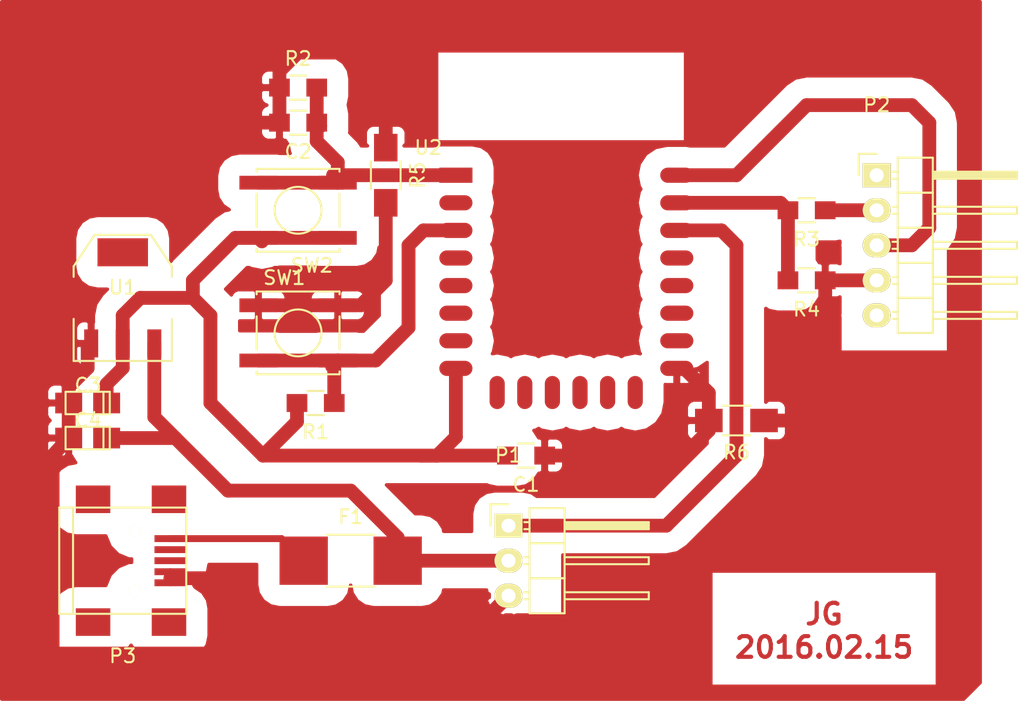
<source format=kicad_pcb>
(kicad_pcb (version 4) (host pcbnew 4.0.1-3.201512161002+6197~38~ubuntu14.04.1-stable)

  (general
    (links 39)
    (no_connects 2)
    (area 60.96 66.04 135.335001 116.840001)
    (thickness 1.6)
    (drawings 1)
    (tracks 118)
    (zones 0)
    (modules 18)
    (nets 11)
  )

  (page USLetter portrait)
  (layers
    (0 F.Cu signal)
    (31 B.Cu signal)
    (32 B.Adhes user)
    (33 F.Adhes user)
    (34 B.Paste user)
    (35 F.Paste user)
    (36 B.SilkS user)
    (37 F.SilkS user)
    (38 B.Mask user)
    (39 F.Mask user)
    (40 Dwgs.User user)
    (41 Cmts.User user)
    (42 Eco1.User user)
    (43 Eco2.User user)
    (44 Edge.Cuts user)
    (45 Margin user)
    (46 B.CrtYd user)
    (47 F.CrtYd user)
    (48 B.Fab user)
    (49 F.Fab user)
  )

  (setup
    (last_trace_width 1)
    (trace_clearance 0.2)
    (zone_clearance 1.5)
    (zone_45_only yes)
    (trace_min 0.2)
    (segment_width 0.2)
    (edge_width 0.01)
    (via_size 0.6)
    (via_drill 0.4)
    (via_min_size 0.4)
    (via_min_drill 0.3)
    (uvia_size 0.3)
    (uvia_drill 0.1)
    (uvias_allowed no)
    (uvia_min_size 0.2)
    (uvia_min_drill 0.1)
    (pcb_text_width 0.3)
    (pcb_text_size 1.5 1.5)
    (mod_edge_width 0.15)
    (mod_text_size 1 1)
    (mod_text_width 0.15)
    (pad_size 1.524 1.524)
    (pad_drill 0.762)
    (pad_to_mask_clearance 0.2)
    (aux_axis_origin 0 0)
    (visible_elements FFFFFF7F)
    (pcbplotparams
      (layerselection 0x00080_00000000)
      (usegerberextensions false)
      (excludeedgelayer false)
      (linewidth 0.100000)
      (plotframeref false)
      (viasonmask false)
      (mode 1)
      (useauxorigin false)
      (hpglpennumber 1)
      (hpglpenspeed 20)
      (hpglpendiameter 15)
      (hpglpenoverlay 2)
      (psnegative false)
      (psa4output false)
      (plotreference false)
      (plotvalue false)
      (plotinvisibletext false)
      (padsonsilk false)
      (subtractmaskfromsilk false)
      (outputformat 4)
      (mirror true)
      (drillshape 0)
      (scaleselection 1)
      (outputdirectory /media/sf_VirtualBoxShares/KiCad/2016.02.13_LightAlarmV1/))
  )

  (net 0 "")
  (net 1 GND)
  (net 2 +3V3)
  (net 3 /RST)
  (net 4 /5V)
  (net 5 /GPIO5)
  (net 6 /TX)
  (net 7 /RX)
  (net 8 /CH_PD)
  (net 9 /RXD)
  (net 10 "Net-(F1-Pad1)")

  (net_class Default "This is the default net class."
    (clearance 0.2)
    (trace_width 1)
    (via_dia 0.6)
    (via_drill 0.4)
    (uvia_dia 0.3)
    (uvia_drill 0.1)
    (add_net +3V3)
    (add_net /5V)
    (add_net /CH_PD)
    (add_net /GPIO5)
    (add_net /RST)
    (add_net /RX)
    (add_net /RXD)
    (add_net /TX)
    (add_net GND)
    (add_net "Net-(F1-Pad1)")
  )

  (module TO_SOT_Packages_SMD:SOT-223 (layer F.Cu) (tedit 0) (tstamp 56C01CB4)
    (at 69.85 87.63)
    (descr "module CMS SOT223 4 pins")
    (tags "CMS SOT")
    (path /56C2BA46)
    (attr smd)
    (fp_text reference U1 (at 0 -0.762) (layer F.SilkS)
      (effects (font (size 1 1) (thickness 0.15)))
    )
    (fp_text value LM1117-SOT-223 (at 0 0.762) (layer F.Fab)
      (effects (font (size 1 1) (thickness 0.15)))
    )
    (fp_line (start -3.556 1.524) (end -3.556 4.572) (layer F.SilkS) (width 0.15))
    (fp_line (start -3.556 4.572) (end 3.556 4.572) (layer F.SilkS) (width 0.15))
    (fp_line (start 3.556 4.572) (end 3.556 1.524) (layer F.SilkS) (width 0.15))
    (fp_line (start -3.556 -1.524) (end -3.556 -2.286) (layer F.SilkS) (width 0.15))
    (fp_line (start -3.556 -2.286) (end -2.032 -4.572) (layer F.SilkS) (width 0.15))
    (fp_line (start -2.032 -4.572) (end 2.032 -4.572) (layer F.SilkS) (width 0.15))
    (fp_line (start 2.032 -4.572) (end 3.556 -2.286) (layer F.SilkS) (width 0.15))
    (fp_line (start 3.556 -2.286) (end 3.556 -1.524) (layer F.SilkS) (width 0.15))
    (pad 4 smd rect (at 0 -3.302) (size 3.6576 2.032) (layers F.Cu F.Paste F.Mask))
    (pad 2 smd rect (at 0 3.302) (size 1.016 2.032) (layers F.Cu F.Paste F.Mask)
      (net 2 +3V3))
    (pad 3 smd rect (at 2.286 3.302) (size 1.016 2.032) (layers F.Cu F.Paste F.Mask)
      (net 4 /5V))
    (pad 1 smd rect (at -2.286 3.302) (size 1.016 2.032) (layers F.Cu F.Paste F.Mask)
      (net 1 GND))
    (model TO_SOT_Packages_SMD.3dshapes/SOT-223.wrl
      (at (xyz 0 0 0))
      (scale (xyz 0.4 0.4 0.4))
      (rotate (xyz 0 0 0))
    )
  )

  (module Connect:USB_Mini-B (layer F.Cu) (tedit 5543E571) (tstamp 56C2B260)
    (at 69.85 106.68)
    (descr "USB Mini-B 5-pin SMD connector")
    (tags "USB USB_B USB_Mini connector")
    (path /56C2AB8D)
    (attr smd)
    (fp_text reference P3 (at 0 6.90118) (layer F.SilkS)
      (effects (font (size 1 1) (thickness 0.15)))
    )
    (fp_text value USB_B (at 0 -7.0993) (layer F.Fab)
      (effects (font (size 1 1) (thickness 0.15)))
    )
    (fp_line (start -4.85 -5.7) (end 4.85 -5.7) (layer F.CrtYd) (width 0.05))
    (fp_line (start 4.85 -5.7) (end 4.85 5.7) (layer F.CrtYd) (width 0.05))
    (fp_line (start 4.85 5.7) (end -4.85 5.7) (layer F.CrtYd) (width 0.05))
    (fp_line (start -4.85 5.7) (end -4.85 -5.7) (layer F.CrtYd) (width 0.05))
    (fp_line (start -3.59918 -3.85064) (end -3.59918 3.85064) (layer F.SilkS) (width 0.15))
    (fp_line (start -4.59994 -3.85064) (end -4.59994 3.85064) (layer F.SilkS) (width 0.15))
    (fp_line (start -4.59994 3.85064) (end 4.59994 3.85064) (layer F.SilkS) (width 0.15))
    (fp_line (start 4.59994 3.85064) (end 4.59994 -3.85064) (layer F.SilkS) (width 0.15))
    (fp_line (start 4.59994 -3.85064) (end -4.59994 -3.85064) (layer F.SilkS) (width 0.15))
    (pad 1 smd rect (at 3.44932 -1.6002) (size 2.30124 0.50038) (layers F.Cu F.Paste F.Mask)
      (net 10 "Net-(F1-Pad1)"))
    (pad 2 smd rect (at 3.44932 -0.8001) (size 2.30124 0.50038) (layers F.Cu F.Paste F.Mask))
    (pad 3 smd rect (at 3.44932 0) (size 2.30124 0.50038) (layers F.Cu F.Paste F.Mask))
    (pad 4 smd rect (at 3.44932 0.8001) (size 2.30124 0.50038) (layers F.Cu F.Paste F.Mask)
      (net 1 GND))
    (pad 5 smd rect (at 3.44932 1.6002) (size 2.30124 0.50038) (layers F.Cu F.Paste F.Mask)
      (net 1 GND))
    (pad 6 smd rect (at 3.35026 -4.45008) (size 2.49936 1.99898) (layers F.Cu F.Paste F.Mask))
    (pad 6 smd rect (at -2.14884 -4.45008) (size 2.49936 1.99898) (layers F.Cu F.Paste F.Mask))
    (pad 6 smd rect (at 3.35026 4.45008) (size 2.49936 1.99898) (layers F.Cu F.Paste F.Mask))
    (pad 6 smd rect (at -2.14884 4.45008) (size 2.49936 1.99898) (layers F.Cu F.Paste F.Mask))
    (pad "" np_thru_hole circle (at 0.8509 -2.19964) (size 0.89916 0.89916) (drill 0.89916) (layers *.Cu *.Mask F.SilkS))
    (pad "" np_thru_hole circle (at 0.8509 2.19964) (size 0.89916 0.89916) (drill 0.89916) (layers *.Cu *.Mask F.SilkS))
  )

  (module Resistors_SMD:R_0805_HandSoldering (layer F.Cu) (tedit 54189DEE) (tstamp 56A05A8A)
    (at 99.06 99.06 180)
    (descr "Resistor SMD 0805, hand soldering")
    (tags "resistor 0805")
    (path /569E4408)
    (attr smd)
    (fp_text reference C1 (at 0 -2.1 180) (layer F.SilkS)
      (effects (font (size 1 1) (thickness 0.15)))
    )
    (fp_text value 0.1uF (at 0 2.1 180) (layer F.Fab)
      (effects (font (size 1 1) (thickness 0.15)))
    )
    (fp_line (start -2.4 -1) (end 2.4 -1) (layer F.CrtYd) (width 0.05))
    (fp_line (start -2.4 1) (end 2.4 1) (layer F.CrtYd) (width 0.05))
    (fp_line (start -2.4 -1) (end -2.4 1) (layer F.CrtYd) (width 0.05))
    (fp_line (start 2.4 -1) (end 2.4 1) (layer F.CrtYd) (width 0.05))
    (fp_line (start 0.6 0.875) (end -0.6 0.875) (layer F.SilkS) (width 0.15))
    (fp_line (start -0.6 -0.875) (end 0.6 -0.875) (layer F.SilkS) (width 0.15))
    (pad 1 smd rect (at -1.35 0 180) (size 1.5 1.3) (layers F.Cu F.Paste F.Mask)
      (net 1 GND))
    (pad 2 smd rect (at 1.35 0 180) (size 1.5 1.3) (layers F.Cu F.Paste F.Mask)
      (net 2 +3V3))
    (model Resistors_SMD.3dshapes/R_0805_HandSoldering.wrl
      (at (xyz 0 0 0))
      (scale (xyz 1 1 1))
      (rotate (xyz 0 0 0))
    )
  )

  (module Resistors_SMD:R_0805_HandSoldering (layer F.Cu) (tedit 54189DEE) (tstamp 56A05A90)
    (at 82.55 74.93 180)
    (descr "Resistor SMD 0805, hand soldering")
    (tags "resistor 0805")
    (path /569DB90B)
    (attr smd)
    (fp_text reference C2 (at 0 -2.1 180) (layer F.SilkS)
      (effects (font (size 1 1) (thickness 0.15)))
    )
    (fp_text value 0.1uF (at 0 2.1 180) (layer F.Fab)
      (effects (font (size 1 1) (thickness 0.15)))
    )
    (fp_line (start -2.4 -1) (end 2.4 -1) (layer F.CrtYd) (width 0.05))
    (fp_line (start -2.4 1) (end 2.4 1) (layer F.CrtYd) (width 0.05))
    (fp_line (start -2.4 -1) (end -2.4 1) (layer F.CrtYd) (width 0.05))
    (fp_line (start 2.4 -1) (end 2.4 1) (layer F.CrtYd) (width 0.05))
    (fp_line (start 0.6 0.875) (end -0.6 0.875) (layer F.SilkS) (width 0.15))
    (fp_line (start -0.6 -0.875) (end 0.6 -0.875) (layer F.SilkS) (width 0.15))
    (pad 1 smd rect (at -1.35 0 180) (size 1.5 1.3) (layers F.Cu F.Paste F.Mask)
      (net 3 /RST))
    (pad 2 smd rect (at 1.35 0 180) (size 1.5 1.3) (layers F.Cu F.Paste F.Mask)
      (net 1 GND))
    (model Resistors_SMD.3dshapes/R_0805_HandSoldering.wrl
      (at (xyz 0 0 0))
      (scale (xyz 1 1 1))
      (rotate (xyz 0 0 0))
    )
  )

  (module Capacitors_Tantalum_SMD:TantalC_SizeS_EIA-3216 (layer F.Cu) (tedit 0) (tstamp 56A05A96)
    (at 67.31 95.25)
    (descr "Tantal Cap. , Size S, EIA-3216, Hand Soldering")
    (path /56A067E1)
    (fp_text reference C3 (at 0.0254 -1.2954) (layer F.SilkS)
      (effects (font (size 1 1) (thickness 0.15)))
    )
    (fp_text value CP (at 0 1.27) (layer F.Fab)
      (effects (font (size 1 1) (thickness 0.15)))
    )
    (fp_line (start 1.143 0.8128) (end 1.143 -0.8128) (layer F.SilkS) (width 0.15))
    (fp_line (start -1.6002 -0.8128) (end -1.6002 0.8128) (layer F.SilkS) (width 0.15))
    (fp_line (start -1.6002 0.8128) (end 1.6002 0.8128) (layer F.SilkS) (width 0.15))
    (fp_line (start 1.6002 0.8128) (end 1.6002 -0.8128) (layer F.SilkS) (width 0.15))
    (fp_line (start 1.6002 -0.8128) (end -1.6002 -0.8128) (layer F.SilkS) (width 0.15))
    (pad 1 smd rect (at 1.37414 0) (size 1.95072 1.50114) (layers F.Cu F.Paste F.Mask)
      (net 2 +3V3))
    (pad 2 smd rect (at -1.37414 0) (size 1.95072 1.50114) (layers F.Cu F.Paste F.Mask)
      (net 1 GND))
    (model Capacitors_Tantalum_SMD.3dshapes/TantalC_SizeS_EIA-3216.wrl
      (at (xyz 0 0 0))
      (scale (xyz 1 1 1))
      (rotate (xyz 0 0 0))
    )
  )

  (module Capacitors_Tantalum_SMD:TantalC_SizeS_EIA-3216 (layer F.Cu) (tedit 0) (tstamp 56A05A9C)
    (at 67.31 97.79)
    (descr "Tantal Cap. , Size S, EIA-3216, Hand Soldering")
    (path /56A05B0A)
    (fp_text reference C4 (at 0.0254 -1.2954) (layer F.SilkS)
      (effects (font (size 1 1) (thickness 0.15)))
    )
    (fp_text value 10uF (at 0 1.27) (layer F.Fab)
      (effects (font (size 1 1) (thickness 0.15)))
    )
    (fp_line (start 1.143 0.8128) (end 1.143 -0.8128) (layer F.SilkS) (width 0.15))
    (fp_line (start -1.6002 -0.8128) (end -1.6002 0.8128) (layer F.SilkS) (width 0.15))
    (fp_line (start -1.6002 0.8128) (end 1.6002 0.8128) (layer F.SilkS) (width 0.15))
    (fp_line (start 1.6002 0.8128) (end 1.6002 -0.8128) (layer F.SilkS) (width 0.15))
    (fp_line (start 1.6002 -0.8128) (end -1.6002 -0.8128) (layer F.SilkS) (width 0.15))
    (pad 1 smd rect (at 1.37414 0) (size 1.95072 1.50114) (layers F.Cu F.Paste F.Mask)
      (net 4 /5V))
    (pad 2 smd rect (at -1.37414 0) (size 1.95072 1.50114) (layers F.Cu F.Paste F.Mask)
      (net 1 GND))
    (model Capacitors_Tantalum_SMD.3dshapes/TantalC_SizeS_EIA-3216.wrl
      (at (xyz 0 0 0))
      (scale (xyz 1 1 1))
      (rotate (xyz 0 0 0))
    )
  )

  (module Resistors_SMD:R_1812_HandSoldering (layer F.Cu) (tedit 5572A996) (tstamp 56A05AA9)
    (at 86.36 106.68)
    (descr "Resistor SMD 1812, hand soldering, Panasonic (see ERJ12)")
    (tags "resistor 1812")
    (path /569DBE6A)
    (attr smd)
    (fp_text reference F1 (at 0 -3.175) (layer F.SilkS)
      (effects (font (size 1 1) (thickness 0.15)))
    )
    (fp_text value FUSE (at 0 3.175) (layer F.Fab)
      (effects (font (size 1 1) (thickness 0.15)))
    )
    (fp_line (start -5.4356 -2.2352) (end 5.4356 -2.2352) (layer F.CrtYd) (width 0.05))
    (fp_line (start 5.4356 -2.2352) (end 5.4356 2.2352) (layer F.CrtYd) (width 0.05))
    (fp_line (start 5.4356 2.2352) (end -5.4356 2.2352) (layer F.CrtYd) (width 0.05))
    (fp_line (start -5.4356 2.2352) (end -5.4356 -2.2352) (layer F.CrtYd) (width 0.05))
    (fp_line (start -1.7272 1.8796) (end 1.7272 1.8796) (layer F.SilkS) (width 0.15))
    (fp_line (start -1.7272 -1.8796) (end 1.7272 -1.8796) (layer F.SilkS) (width 0.15))
    (pad 1 smd rect (at -3.4036 0) (size 3.5 3.5) (layers F.Cu F.Paste F.Mask)
      (net 10 "Net-(F1-Pad1)"))
    (pad 2 smd rect (at 3.4036 0) (size 3.5 3.5) (layers F.Cu F.Paste F.Mask)
      (net 4 /5V))
  )

  (module Pin_Headers:Pin_Header_Angled_1x03 (layer F.Cu) (tedit 0) (tstamp 56A05AB0)
    (at 97.79 104.14)
    (descr "Through hole pin header")
    (tags "pin header")
    (path /569DF8C1)
    (fp_text reference P1 (at 0 -5.1) (layer F.SilkS)
      (effects (font (size 1 1) (thickness 0.15)))
    )
    (fp_text value CONN_01X03 (at 0 -3.1) (layer F.Fab)
      (effects (font (size 1 1) (thickness 0.15)))
    )
    (fp_line (start -1.5 -1.75) (end -1.5 6.85) (layer F.CrtYd) (width 0.05))
    (fp_line (start 10.65 -1.75) (end 10.65 6.85) (layer F.CrtYd) (width 0.05))
    (fp_line (start -1.5 -1.75) (end 10.65 -1.75) (layer F.CrtYd) (width 0.05))
    (fp_line (start -1.5 6.85) (end 10.65 6.85) (layer F.CrtYd) (width 0.05))
    (fp_line (start -1.3 -1.55) (end -1.3 0) (layer F.SilkS) (width 0.15))
    (fp_line (start 0 -1.55) (end -1.3 -1.55) (layer F.SilkS) (width 0.15))
    (fp_line (start 4.191 -0.127) (end 10.033 -0.127) (layer F.SilkS) (width 0.15))
    (fp_line (start 10.033 -0.127) (end 10.033 0.127) (layer F.SilkS) (width 0.15))
    (fp_line (start 10.033 0.127) (end 4.191 0.127) (layer F.SilkS) (width 0.15))
    (fp_line (start 4.191 0.127) (end 4.191 0) (layer F.SilkS) (width 0.15))
    (fp_line (start 4.191 0) (end 10.033 0) (layer F.SilkS) (width 0.15))
    (fp_line (start 1.524 -0.254) (end 1.143 -0.254) (layer F.SilkS) (width 0.15))
    (fp_line (start 1.524 0.254) (end 1.143 0.254) (layer F.SilkS) (width 0.15))
    (fp_line (start 1.524 2.286) (end 1.143 2.286) (layer F.SilkS) (width 0.15))
    (fp_line (start 1.524 2.794) (end 1.143 2.794) (layer F.SilkS) (width 0.15))
    (fp_line (start 1.524 4.826) (end 1.143 4.826) (layer F.SilkS) (width 0.15))
    (fp_line (start 1.524 5.334) (end 1.143 5.334) (layer F.SilkS) (width 0.15))
    (fp_line (start 4.064 1.27) (end 4.064 -1.27) (layer F.SilkS) (width 0.15))
    (fp_line (start 10.16 0.254) (end 4.064 0.254) (layer F.SilkS) (width 0.15))
    (fp_line (start 10.16 -0.254) (end 10.16 0.254) (layer F.SilkS) (width 0.15))
    (fp_line (start 4.064 -0.254) (end 10.16 -0.254) (layer F.SilkS) (width 0.15))
    (fp_line (start 1.524 1.27) (end 4.064 1.27) (layer F.SilkS) (width 0.15))
    (fp_line (start 1.524 -1.27) (end 1.524 1.27) (layer F.SilkS) (width 0.15))
    (fp_line (start 1.524 -1.27) (end 4.064 -1.27) (layer F.SilkS) (width 0.15))
    (fp_line (start 1.524 3.81) (end 4.064 3.81) (layer F.SilkS) (width 0.15))
    (fp_line (start 1.524 3.81) (end 1.524 6.35) (layer F.SilkS) (width 0.15))
    (fp_line (start 4.064 4.826) (end 10.16 4.826) (layer F.SilkS) (width 0.15))
    (fp_line (start 10.16 4.826) (end 10.16 5.334) (layer F.SilkS) (width 0.15))
    (fp_line (start 10.16 5.334) (end 4.064 5.334) (layer F.SilkS) (width 0.15))
    (fp_line (start 4.064 6.35) (end 4.064 3.81) (layer F.SilkS) (width 0.15))
    (fp_line (start 4.064 3.81) (end 4.064 1.27) (layer F.SilkS) (width 0.15))
    (fp_line (start 10.16 2.794) (end 4.064 2.794) (layer F.SilkS) (width 0.15))
    (fp_line (start 10.16 2.286) (end 10.16 2.794) (layer F.SilkS) (width 0.15))
    (fp_line (start 4.064 2.286) (end 10.16 2.286) (layer F.SilkS) (width 0.15))
    (fp_line (start 1.524 3.81) (end 4.064 3.81) (layer F.SilkS) (width 0.15))
    (fp_line (start 1.524 1.27) (end 1.524 3.81) (layer F.SilkS) (width 0.15))
    (fp_line (start 1.524 1.27) (end 4.064 1.27) (layer F.SilkS) (width 0.15))
    (fp_line (start 1.524 6.35) (end 4.064 6.35) (layer F.SilkS) (width 0.15))
    (pad 1 thru_hole rect (at 0 0) (size 2.032 1.7272) (drill 1.016) (layers *.Cu *.Mask F.SilkS)
      (net 5 /GPIO5))
    (pad 2 thru_hole oval (at 0 2.54) (size 2.032 1.7272) (drill 1.016) (layers *.Cu *.Mask F.SilkS)
      (net 4 /5V))
    (pad 3 thru_hole oval (at 0 5.08) (size 2.032 1.7272) (drill 1.016) (layers *.Cu *.Mask F.SilkS)
      (net 1 GND))
    (model Pin_Headers.3dshapes/Pin_Header_Angled_1x03.wrl
      (at (xyz 0 -0.1 0))
      (scale (xyz 1 1 1))
      (rotate (xyz 0 0 90))
    )
  )

  (module Pin_Headers:Pin_Header_Angled_1x05 (layer F.Cu) (tedit 0) (tstamp 56A05AB9)
    (at 124.46 78.74)
    (descr "Through hole pin header")
    (tags "pin header")
    (path /569DC1AA)
    (fp_text reference P2 (at 0 -5.1) (layer F.SilkS)
      (effects (font (size 1 1) (thickness 0.15)))
    )
    (fp_text value CONN_01X05 (at 0 -3.1) (layer F.Fab)
      (effects (font (size 1 1) (thickness 0.15)))
    )
    (fp_line (start -1.5 -1.75) (end -1.5 11.95) (layer F.CrtYd) (width 0.05))
    (fp_line (start 10.65 -1.75) (end 10.65 11.95) (layer F.CrtYd) (width 0.05))
    (fp_line (start -1.5 -1.75) (end 10.65 -1.75) (layer F.CrtYd) (width 0.05))
    (fp_line (start -1.5 11.95) (end 10.65 11.95) (layer F.CrtYd) (width 0.05))
    (fp_line (start -1.3 -1.55) (end -1.3 0) (layer F.SilkS) (width 0.15))
    (fp_line (start 0 -1.55) (end -1.3 -1.55) (layer F.SilkS) (width 0.15))
    (fp_line (start 4.191 -0.127) (end 10.033 -0.127) (layer F.SilkS) (width 0.15))
    (fp_line (start 10.033 -0.127) (end 10.033 0.127) (layer F.SilkS) (width 0.15))
    (fp_line (start 10.033 0.127) (end 4.191 0.127) (layer F.SilkS) (width 0.15))
    (fp_line (start 4.191 0.127) (end 4.191 0) (layer F.SilkS) (width 0.15))
    (fp_line (start 4.191 0) (end 10.033 0) (layer F.SilkS) (width 0.15))
    (fp_line (start 1.524 -0.254) (end 1.143 -0.254) (layer F.SilkS) (width 0.15))
    (fp_line (start 1.524 0.254) (end 1.143 0.254) (layer F.SilkS) (width 0.15))
    (fp_line (start 1.524 2.286) (end 1.143 2.286) (layer F.SilkS) (width 0.15))
    (fp_line (start 1.524 2.794) (end 1.143 2.794) (layer F.SilkS) (width 0.15))
    (fp_line (start 1.524 4.826) (end 1.143 4.826) (layer F.SilkS) (width 0.15))
    (fp_line (start 1.524 5.334) (end 1.143 5.334) (layer F.SilkS) (width 0.15))
    (fp_line (start 1.524 7.366) (end 1.143 7.366) (layer F.SilkS) (width 0.15))
    (fp_line (start 1.524 7.874) (end 1.143 7.874) (layer F.SilkS) (width 0.15))
    (fp_line (start 1.524 10.414) (end 1.143 10.414) (layer F.SilkS) (width 0.15))
    (fp_line (start 1.524 9.906) (end 1.143 9.906) (layer F.SilkS) (width 0.15))
    (fp_line (start 4.064 1.27) (end 4.064 -1.27) (layer F.SilkS) (width 0.15))
    (fp_line (start 10.16 0.254) (end 4.064 0.254) (layer F.SilkS) (width 0.15))
    (fp_line (start 10.16 -0.254) (end 10.16 0.254) (layer F.SilkS) (width 0.15))
    (fp_line (start 4.064 -0.254) (end 10.16 -0.254) (layer F.SilkS) (width 0.15))
    (fp_line (start 1.524 1.27) (end 4.064 1.27) (layer F.SilkS) (width 0.15))
    (fp_line (start 1.524 -1.27) (end 1.524 1.27) (layer F.SilkS) (width 0.15))
    (fp_line (start 1.524 -1.27) (end 4.064 -1.27) (layer F.SilkS) (width 0.15))
    (fp_line (start 1.524 3.81) (end 4.064 3.81) (layer F.SilkS) (width 0.15))
    (fp_line (start 1.524 3.81) (end 1.524 6.35) (layer F.SilkS) (width 0.15))
    (fp_line (start 1.524 6.35) (end 4.064 6.35) (layer F.SilkS) (width 0.15))
    (fp_line (start 4.064 4.826) (end 10.16 4.826) (layer F.SilkS) (width 0.15))
    (fp_line (start 10.16 4.826) (end 10.16 5.334) (layer F.SilkS) (width 0.15))
    (fp_line (start 10.16 5.334) (end 4.064 5.334) (layer F.SilkS) (width 0.15))
    (fp_line (start 4.064 6.35) (end 4.064 3.81) (layer F.SilkS) (width 0.15))
    (fp_line (start 4.064 3.81) (end 4.064 1.27) (layer F.SilkS) (width 0.15))
    (fp_line (start 10.16 2.794) (end 4.064 2.794) (layer F.SilkS) (width 0.15))
    (fp_line (start 10.16 2.286) (end 10.16 2.794) (layer F.SilkS) (width 0.15))
    (fp_line (start 4.064 2.286) (end 10.16 2.286) (layer F.SilkS) (width 0.15))
    (fp_line (start 1.524 3.81) (end 4.064 3.81) (layer F.SilkS) (width 0.15))
    (fp_line (start 1.524 1.27) (end 1.524 3.81) (layer F.SilkS) (width 0.15))
    (fp_line (start 1.524 1.27) (end 4.064 1.27) (layer F.SilkS) (width 0.15))
    (fp_line (start 1.524 8.89) (end 4.064 8.89) (layer F.SilkS) (width 0.15))
    (fp_line (start 1.524 8.89) (end 1.524 11.43) (layer F.SilkS) (width 0.15))
    (fp_line (start 1.524 11.43) (end 4.064 11.43) (layer F.SilkS) (width 0.15))
    (fp_line (start 4.064 9.906) (end 10.16 9.906) (layer F.SilkS) (width 0.15))
    (fp_line (start 10.16 9.906) (end 10.16 10.414) (layer F.SilkS) (width 0.15))
    (fp_line (start 10.16 10.414) (end 4.064 10.414) (layer F.SilkS) (width 0.15))
    (fp_line (start 4.064 11.43) (end 4.064 8.89) (layer F.SilkS) (width 0.15))
    (fp_line (start 4.064 8.89) (end 4.064 6.35) (layer F.SilkS) (width 0.15))
    (fp_line (start 10.16 7.874) (end 4.064 7.874) (layer F.SilkS) (width 0.15))
    (fp_line (start 10.16 7.366) (end 10.16 7.874) (layer F.SilkS) (width 0.15))
    (fp_line (start 4.064 7.366) (end 10.16 7.366) (layer F.SilkS) (width 0.15))
    (fp_line (start 1.524 8.89) (end 4.064 8.89) (layer F.SilkS) (width 0.15))
    (fp_line (start 1.524 6.35) (end 1.524 8.89) (layer F.SilkS) (width 0.15))
    (fp_line (start 1.524 6.35) (end 4.064 6.35) (layer F.SilkS) (width 0.15))
    (pad 1 thru_hole rect (at 0 0) (size 2.032 1.7272) (drill 1.016) (layers *.Cu *.Mask F.SilkS))
    (pad 2 thru_hole oval (at 0 2.54) (size 2.032 1.7272) (drill 1.016) (layers *.Cu *.Mask F.SilkS)
      (net 6 /TX))
    (pad 3 thru_hole oval (at 0 5.08) (size 2.032 1.7272) (drill 1.016) (layers *.Cu *.Mask F.SilkS)
      (net 7 /RX))
    (pad 4 thru_hole oval (at 0 7.62) (size 2.032 1.7272) (drill 1.016) (layers *.Cu *.Mask F.SilkS)
      (net 1 GND))
    (pad 5 thru_hole oval (at 0 10.16) (size 2.032 1.7272) (drill 1.016) (layers *.Cu *.Mask F.SilkS))
    (model Pin_Headers.3dshapes/Pin_Header_Angled_1x05.wrl
      (at (xyz 0 -0.2 0))
      (scale (xyz 1 1 1))
      (rotate (xyz 0 0 90))
    )
  )

  (module Resistors_SMD:R_0805_HandSoldering (layer F.Cu) (tedit 54189DEE) (tstamp 56A05ABF)
    (at 83.82 95.25 180)
    (descr "Resistor SMD 0805, hand soldering")
    (tags "resistor 0805")
    (path /569DB9E4)
    (attr smd)
    (fp_text reference R1 (at 0 -2.1 180) (layer F.SilkS)
      (effects (font (size 1 1) (thickness 0.15)))
    )
    (fp_text value R (at 0 2.1 180) (layer F.Fab)
      (effects (font (size 1 1) (thickness 0.15)))
    )
    (fp_line (start -2.4 -1) (end 2.4 -1) (layer F.CrtYd) (width 0.05))
    (fp_line (start -2.4 1) (end 2.4 1) (layer F.CrtYd) (width 0.05))
    (fp_line (start -2.4 -1) (end -2.4 1) (layer F.CrtYd) (width 0.05))
    (fp_line (start 2.4 -1) (end 2.4 1) (layer F.CrtYd) (width 0.05))
    (fp_line (start 0.6 0.875) (end -0.6 0.875) (layer F.SilkS) (width 0.15))
    (fp_line (start -0.6 -0.875) (end 0.6 -0.875) (layer F.SilkS) (width 0.15))
    (pad 1 smd rect (at -1.35 0 180) (size 1.5 1.3) (layers F.Cu F.Paste F.Mask)
      (net 8 /CH_PD))
    (pad 2 smd rect (at 1.35 0 180) (size 1.5 1.3) (layers F.Cu F.Paste F.Mask)
      (net 2 +3V3))
    (model Resistors_SMD.3dshapes/R_0805_HandSoldering.wrl
      (at (xyz 0 0 0))
      (scale (xyz 1 1 1))
      (rotate (xyz 0 0 0))
    )
  )

  (module Resistors_SMD:R_0805_HandSoldering (layer F.Cu) (tedit 54189DEE) (tstamp 56A05AC5)
    (at 82.55 72.39)
    (descr "Resistor SMD 0805, hand soldering")
    (tags "resistor 0805")
    (path /569DB7FA)
    (attr smd)
    (fp_text reference R2 (at 0 -2.1) (layer F.SilkS)
      (effects (font (size 1 1) (thickness 0.15)))
    )
    (fp_text value R (at 0 2.1) (layer F.Fab)
      (effects (font (size 1 1) (thickness 0.15)))
    )
    (fp_line (start -2.4 -1) (end 2.4 -1) (layer F.CrtYd) (width 0.05))
    (fp_line (start -2.4 1) (end 2.4 1) (layer F.CrtYd) (width 0.05))
    (fp_line (start -2.4 -1) (end -2.4 1) (layer F.CrtYd) (width 0.05))
    (fp_line (start 2.4 -1) (end 2.4 1) (layer F.CrtYd) (width 0.05))
    (fp_line (start 0.6 0.875) (end -0.6 0.875) (layer F.SilkS) (width 0.15))
    (fp_line (start -0.6 -0.875) (end 0.6 -0.875) (layer F.SilkS) (width 0.15))
    (pad 1 smd rect (at -1.35 0) (size 1.5 1.3) (layers F.Cu F.Paste F.Mask)
      (net 1 GND))
    (pad 2 smd rect (at 1.35 0) (size 1.5 1.3) (layers F.Cu F.Paste F.Mask)
      (net 3 /RST))
    (model Resistors_SMD.3dshapes/R_0805_HandSoldering.wrl
      (at (xyz 0 0 0))
      (scale (xyz 1 1 1))
      (rotate (xyz 0 0 0))
    )
  )

  (module Resistors_SMD:R_0805_HandSoldering (layer F.Cu) (tedit 54189DEE) (tstamp 56A05ACB)
    (at 119.38 81.28 180)
    (descr "Resistor SMD 0805, hand soldering")
    (tags "resistor 0805")
    (path /569DCE2C)
    (attr smd)
    (fp_text reference R3 (at 0 -2.1 180) (layer F.SilkS)
      (effects (font (size 1 1) (thickness 0.15)))
    )
    (fp_text value 10k (at 0 2.1 180) (layer F.Fab)
      (effects (font (size 1 1) (thickness 0.15)))
    )
    (fp_line (start -2.4 -1) (end 2.4 -1) (layer F.CrtYd) (width 0.05))
    (fp_line (start -2.4 1) (end 2.4 1) (layer F.CrtYd) (width 0.05))
    (fp_line (start -2.4 -1) (end -2.4 1) (layer F.CrtYd) (width 0.05))
    (fp_line (start 2.4 -1) (end 2.4 1) (layer F.CrtYd) (width 0.05))
    (fp_line (start 0.6 0.875) (end -0.6 0.875) (layer F.SilkS) (width 0.15))
    (fp_line (start -0.6 -0.875) (end 0.6 -0.875) (layer F.SilkS) (width 0.15))
    (pad 1 smd rect (at -1.35 0 180) (size 1.5 1.3) (layers F.Cu F.Paste F.Mask)
      (net 6 /TX))
    (pad 2 smd rect (at 1.35 0 180) (size 1.5 1.3) (layers F.Cu F.Paste F.Mask)
      (net 9 /RXD))
    (model Resistors_SMD.3dshapes/R_0805_HandSoldering.wrl
      (at (xyz 0 0 0))
      (scale (xyz 1 1 1))
      (rotate (xyz 0 0 0))
    )
  )

  (module Resistors_SMD:R_0805_HandSoldering (layer F.Cu) (tedit 54189DEE) (tstamp 56A05AD1)
    (at 119.38 86.36 180)
    (descr "Resistor SMD 0805, hand soldering")
    (tags "resistor 0805")
    (path /569DCDEF)
    (attr smd)
    (fp_text reference R4 (at 0 -2.1 180) (layer F.SilkS)
      (effects (font (size 1 1) (thickness 0.15)))
    )
    (fp_text value 20k (at 0 2.1 180) (layer F.Fab)
      (effects (font (size 1 1) (thickness 0.15)))
    )
    (fp_line (start -2.4 -1) (end 2.4 -1) (layer F.CrtYd) (width 0.05))
    (fp_line (start -2.4 1) (end 2.4 1) (layer F.CrtYd) (width 0.05))
    (fp_line (start -2.4 -1) (end -2.4 1) (layer F.CrtYd) (width 0.05))
    (fp_line (start 2.4 -1) (end 2.4 1) (layer F.CrtYd) (width 0.05))
    (fp_line (start 0.6 0.875) (end -0.6 0.875) (layer F.SilkS) (width 0.15))
    (fp_line (start -0.6 -0.875) (end 0.6 -0.875) (layer F.SilkS) (width 0.15))
    (pad 1 smd rect (at -1.35 0 180) (size 1.5 1.3) (layers F.Cu F.Paste F.Mask)
      (net 1 GND))
    (pad 2 smd rect (at 1.35 0 180) (size 1.5 1.3) (layers F.Cu F.Paste F.Mask)
      (net 9 /RXD))
    (model Resistors_SMD.3dshapes/R_0805_HandSoldering.wrl
      (at (xyz 0 0 0))
      (scale (xyz 1 1 1))
      (rotate (xyz 0 0 0))
    )
  )

  (module Buttons_Switches_SMD:SW_SPST_EVPBF (layer F.Cu) (tedit 55DAF9A7) (tstamp 56A05AD9)
    (at 82.55 90.17)
    (descr "Light Touch Switch")
    (path /569DB99D)
    (attr smd)
    (fp_text reference SW1 (at -1 -4) (layer F.SilkS)
      (effects (font (size 1 1) (thickness 0.15)))
    )
    (fp_text value SW_PUSH (at 0 0) (layer F.Fab)
      (effects (font (size 1 1) (thickness 0.15)))
    )
    (fp_line (start -4.5 -3.25) (end 4.5 -3.25) (layer F.CrtYd) (width 0.05))
    (fp_line (start 4.5 -3.25) (end 4.5 3.25) (layer F.CrtYd) (width 0.05))
    (fp_line (start 4.5 3.25) (end -4.5 3.25) (layer F.CrtYd) (width 0.05))
    (fp_line (start -4.5 3.25) (end -4.5 -3.25) (layer F.CrtYd) (width 0.05))
    (fp_line (start 3 -3) (end 3 -2.8) (layer F.SilkS) (width 0.15))
    (fp_line (start 3 3) (end 3 2.8) (layer F.SilkS) (width 0.15))
    (fp_line (start -3 3) (end -3 2.8) (layer F.SilkS) (width 0.15))
    (fp_line (start -3 -3) (end -3 -2.8) (layer F.SilkS) (width 0.15))
    (fp_line (start -3 -1.2) (end -3 1.2) (layer F.SilkS) (width 0.15))
    (fp_line (start 3 -1.2) (end 3 1.2) (layer F.SilkS) (width 0.15))
    (fp_line (start 3 -3) (end -3 -3) (layer F.SilkS) (width 0.15))
    (fp_line (start -3 3) (end 3 3) (layer F.SilkS) (width 0.15))
    (fp_circle (center 0 0) (end 1.7 0) (layer F.SilkS) (width 0.15))
    (pad 1 smd rect (at 2.875 -2) (size 2.75 1) (layers F.Cu F.Paste F.Mask)
      (net 1 GND))
    (pad 1 smd rect (at -2.875 -2) (size 2.75 1) (layers F.Cu F.Paste F.Mask)
      (net 1 GND))
    (pad 2 smd rect (at -2.875 2) (size 2.75 1) (layers F.Cu F.Paste F.Mask)
      (net 8 /CH_PD))
    (pad 2 smd rect (at 2.875 2) (size 2.75 1) (layers F.Cu F.Paste F.Mask)
      (net 8 /CH_PD))
  )

  (module Buttons_Switches_SMD:SW_SPST_EVPBF (layer F.Cu) (tedit 55DAF9A7) (tstamp 56A05AE1)
    (at 82.55 81.28 180)
    (descr "Light Touch Switch")
    (path /569DB7AD)
    (attr smd)
    (fp_text reference SW2 (at -1 -4 180) (layer F.SilkS)
      (effects (font (size 1 1) (thickness 0.15)))
    )
    (fp_text value SW_PUSH (at 0 0 180) (layer F.Fab)
      (effects (font (size 1 1) (thickness 0.15)))
    )
    (fp_line (start -4.5 -3.25) (end 4.5 -3.25) (layer F.CrtYd) (width 0.05))
    (fp_line (start 4.5 -3.25) (end 4.5 3.25) (layer F.CrtYd) (width 0.05))
    (fp_line (start 4.5 3.25) (end -4.5 3.25) (layer F.CrtYd) (width 0.05))
    (fp_line (start -4.5 3.25) (end -4.5 -3.25) (layer F.CrtYd) (width 0.05))
    (fp_line (start 3 -3) (end 3 -2.8) (layer F.SilkS) (width 0.15))
    (fp_line (start 3 3) (end 3 2.8) (layer F.SilkS) (width 0.15))
    (fp_line (start -3 3) (end -3 2.8) (layer F.SilkS) (width 0.15))
    (fp_line (start -3 -3) (end -3 -2.8) (layer F.SilkS) (width 0.15))
    (fp_line (start -3 -1.2) (end -3 1.2) (layer F.SilkS) (width 0.15))
    (fp_line (start 3 -1.2) (end 3 1.2) (layer F.SilkS) (width 0.15))
    (fp_line (start 3 -3) (end -3 -3) (layer F.SilkS) (width 0.15))
    (fp_line (start -3 3) (end 3 3) (layer F.SilkS) (width 0.15))
    (fp_circle (center 0 0) (end 1.7 0) (layer F.SilkS) (width 0.15))
    (pad 1 smd rect (at 2.875 -2 180) (size 2.75 1) (layers F.Cu F.Paste F.Mask)
      (net 2 +3V3))
    (pad 1 smd rect (at -2.875 -2 180) (size 2.75 1) (layers F.Cu F.Paste F.Mask)
      (net 2 +3V3))
    (pad 2 smd rect (at -2.875 2 180) (size 2.75 1) (layers F.Cu F.Paste F.Mask)
      (net 3 /RST))
    (pad 2 smd rect (at 2.875 2 180) (size 2.75 1) (layers F.Cu F.Paste F.Mask)
      (net 3 /RST))
  )

  (module ESP8266:ESP-12E (layer F.Cu) (tedit 559F8D21) (tstamp 56A05B03)
    (at 93.98 78.74)
    (descr "Module, ESP-8266, ESP-12, 16 pad, SMD")
    (tags "Module ESP-8266 ESP8266")
    (path /569DB689)
    (fp_text reference U2 (at -2 -2) (layer F.SilkS)
      (effects (font (size 1 1) (thickness 0.15)))
    )
    (fp_text value ESP-12E (at 8 1) (layer F.Fab)
      (effects (font (size 1 1) (thickness 0.15)))
    )
    (fp_line (start 16 -8.4) (end 0 -2.6) (layer F.CrtYd) (width 0.1524))
    (fp_line (start 0 -8.4) (end 16 -2.6) (layer F.CrtYd) (width 0.1524))
    (fp_text user "No Copper" (at 7.9 -5.4) (layer F.CrtYd)
      (effects (font (size 1 1) (thickness 0.15)))
    )
    (fp_line (start 0 -8.4) (end 0 -2.6) (layer F.CrtYd) (width 0.1524))
    (fp_line (start 0 -2.6) (end 16 -2.6) (layer F.CrtYd) (width 0.1524))
    (fp_line (start 16 -2.6) (end 16 -8.4) (layer F.CrtYd) (width 0.1524))
    (fp_line (start 16 -8.4) (end 0 -8.4) (layer F.CrtYd) (width 0.1524))
    (fp_line (start 16 -8.4) (end 16 15.6) (layer F.Fab) (width 0.1524))
    (fp_line (start 16 15.6) (end 0 15.6) (layer F.Fab) (width 0.1524))
    (fp_line (start 0 15.6) (end 0 -8.4) (layer F.Fab) (width 0.1524))
    (fp_line (start 0 -8.4) (end 16 -8.4) (layer F.Fab) (width 0.1524))
    (pad 9 smd oval (at 2.99 15.75 90) (size 2.4 1.1) (layers F.Cu F.Paste F.Mask))
    (pad 10 smd oval (at 4.99 15.75 90) (size 2.4 1.1) (layers F.Cu F.Paste F.Mask))
    (pad 11 smd oval (at 6.99 15.75 90) (size 2.4 1.1) (layers F.Cu F.Paste F.Mask))
    (pad 12 smd oval (at 8.99 15.75 90) (size 2.4 1.1) (layers F.Cu F.Paste F.Mask))
    (pad 13 smd oval (at 10.99 15.75 90) (size 2.4 1.1) (layers F.Cu F.Paste F.Mask))
    (pad 14 smd oval (at 12.99 15.75 90) (size 2.4 1.1) (layers F.Cu F.Paste F.Mask))
    (pad 1 smd rect (at 0 0) (size 2.4 1.1) (layers F.Cu F.Paste F.Mask)
      (net 3 /RST))
    (pad 2 smd oval (at 0 2) (size 2.4 1.1) (layers F.Cu F.Paste F.Mask))
    (pad 3 smd oval (at 0 4) (size 2.4 1.1) (layers F.Cu F.Paste F.Mask)
      (net 8 /CH_PD))
    (pad 4 smd oval (at 0 6) (size 2.4 1.1) (layers F.Cu F.Paste F.Mask))
    (pad 5 smd oval (at 0 8) (size 2.4 1.1) (layers F.Cu F.Paste F.Mask))
    (pad 6 smd oval (at 0 10) (size 2.4 1.1) (layers F.Cu F.Paste F.Mask))
    (pad 7 smd oval (at 0 12) (size 2.4 1.1) (layers F.Cu F.Paste F.Mask))
    (pad 8 smd oval (at 0 14) (size 2.4 1.1) (layers F.Cu F.Paste F.Mask)
      (net 2 +3V3))
    (pad 15 smd oval (at 16 14) (size 2.4 1.1) (layers F.Cu F.Paste F.Mask)
      (net 1 GND))
    (pad 16 smd oval (at 16 12) (size 2.4 1.1) (layers F.Cu F.Paste F.Mask))
    (pad 17 smd oval (at 16 10) (size 2.4 1.1) (layers F.Cu F.Paste F.Mask))
    (pad 18 smd oval (at 16 8) (size 2.4 1.1) (layers F.Cu F.Paste F.Mask))
    (pad 19 smd oval (at 16 6) (size 2.4 1.1) (layers F.Cu F.Paste F.Mask))
    (pad 20 smd oval (at 16 4) (size 2.4 1.1) (layers F.Cu F.Paste F.Mask)
      (net 5 /GPIO5))
    (pad 21 smd oval (at 16 2) (size 2.4 1.1) (layers F.Cu F.Paste F.Mask)
      (net 9 /RXD))
    (pad 22 smd oval (at 16 0) (size 2.4 1.1) (layers F.Cu F.Paste F.Mask)
      (net 7 /RX))
  )

  (module Resistors_SMD:R_1206_HandSoldering (layer F.Cu) (tedit 5418A20D) (tstamp 56A1C13C)
    (at 88.9 78.74 270)
    (descr "Resistor SMD 1206, hand soldering")
    (tags "resistor 1206")
    (path /56A1C8B0)
    (attr smd)
    (fp_text reference R5 (at 0 -2.3 270) (layer F.SilkS)
      (effects (font (size 1 1) (thickness 0.15)))
    )
    (fp_text value "0 Ohm" (at 0 2.3 270) (layer F.Fab)
      (effects (font (size 1 1) (thickness 0.15)))
    )
    (fp_line (start -3.3 -1.2) (end 3.3 -1.2) (layer F.CrtYd) (width 0.05))
    (fp_line (start -3.3 1.2) (end 3.3 1.2) (layer F.CrtYd) (width 0.05))
    (fp_line (start -3.3 -1.2) (end -3.3 1.2) (layer F.CrtYd) (width 0.05))
    (fp_line (start 3.3 -1.2) (end 3.3 1.2) (layer F.CrtYd) (width 0.05))
    (fp_line (start 1 1.075) (end -1 1.075) (layer F.SilkS) (width 0.15))
    (fp_line (start -1 -1.075) (end 1 -1.075) (layer F.SilkS) (width 0.15))
    (pad 1 smd rect (at -2 0 270) (size 2 1.7) (layers F.Cu F.Paste F.Mask)
      (net 1 GND))
    (pad 2 smd rect (at 2 0 270) (size 2 1.7) (layers F.Cu F.Paste F.Mask)
      (net 1 GND))
    (model Resistors_SMD.3dshapes/R_1206_HandSoldering.wrl
      (at (xyz 0 0 0))
      (scale (xyz 1 1 1))
      (rotate (xyz 0 0 0))
    )
  )

  (module Resistors_SMD:R_1206_HandSoldering (layer F.Cu) (tedit 5418A20D) (tstamp 56A1C142)
    (at 114.3 96.52 180)
    (descr "Resistor SMD 1206, hand soldering")
    (tags "resistor 1206")
    (path /56A1C92E)
    (attr smd)
    (fp_text reference R6 (at 0 -2.3 180) (layer F.SilkS)
      (effects (font (size 1 1) (thickness 0.15)))
    )
    (fp_text value "0 Ohm" (at 0 2.3 180) (layer F.Fab)
      (effects (font (size 1 1) (thickness 0.15)))
    )
    (fp_line (start -3.3 -1.2) (end 3.3 -1.2) (layer F.CrtYd) (width 0.05))
    (fp_line (start -3.3 1.2) (end 3.3 1.2) (layer F.CrtYd) (width 0.05))
    (fp_line (start -3.3 -1.2) (end -3.3 1.2) (layer F.CrtYd) (width 0.05))
    (fp_line (start 3.3 -1.2) (end 3.3 1.2) (layer F.CrtYd) (width 0.05))
    (fp_line (start 1 1.075) (end -1 1.075) (layer F.SilkS) (width 0.15))
    (fp_line (start -1 -1.075) (end 1 -1.075) (layer F.SilkS) (width 0.15))
    (pad 1 smd rect (at -2 0 180) (size 2 1.7) (layers F.Cu F.Paste F.Mask)
      (net 1 GND))
    (pad 2 smd rect (at 2 0 180) (size 2 1.7) (layers F.Cu F.Paste F.Mask)
      (net 1 GND))
    (model Resistors_SMD.3dshapes/R_1206_HandSoldering.wrl
      (at (xyz 0 0 0))
      (scale (xyz 1 1 1))
      (rotate (xyz 0 0 0))
    )
  )

  (gr_text "JG\n2016.02.15" (at 120.65 111.76) (layer F.Cu)
    (effects (font (size 1.5 1.5) (thickness 0.3)))
  )

  (segment (start 112.3 96.52) (end 112.3 97.25) (width 1) (layer F.Cu) (net 1))
  (segment (start 112.3 97.25) (end 110.49 99.06) (width 1) (layer F.Cu) (net 1) (tstamp 56C2C467))
  (segment (start 110.49 99.06) (end 100.41 99.06) (width 1) (layer F.Cu) (net 1) (tstamp 56C2C468))
  (segment (start 112.3 96.52) (end 112.3 94.52) (width 1) (layer F.Cu) (net 1))
  (segment (start 112.3 94.52) (end 110.52 92.74) (width 1) (layer F.Cu) (net 1) (tstamp 56C2C463))
  (segment (start 110.52 92.74) (end 109.98 92.74) (width 1) (layer F.Cu) (net 1) (tstamp 56C2C464))
  (segment (start 116.3 96.52) (end 120.73 96.52) (width 1) (layer F.Cu) (net 1))
  (segment (start 120.73 96.52) (end 120.65 96.52) (width 1) (layer F.Cu) (net 1) (tstamp 56C2C45E))
  (segment (start 120.65 96.52) (end 120.73 96.52) (width 1) (layer F.Cu) (net 1) (tstamp 56C2C460))
  (segment (start 81.2 72.39) (end 81.2 71.2) (width 1) (layer F.Cu) (net 1))
  (segment (start 88.9 72.39) (end 88.9 76.74) (width 1) (layer F.Cu) (net 1) (tstamp 56C2C425))
  (segment (start 86.36 69.85) (end 88.9 72.39) (width 1) (layer F.Cu) (net 1) (tstamp 56C2C424))
  (segment (start 82.55 69.85) (end 86.36 69.85) (width 1) (layer F.Cu) (net 1) (tstamp 56C2C423))
  (segment (start 81.2 71.2) (end 82.55 69.85) (width 1) (layer F.Cu) (net 1) (tstamp 56C2C422))
  (segment (start 85.425 88.17) (end 79.675 88.17) (width 1) (layer F.Cu) (net 1))
  (segment (start 85.425 88.17) (end 87.09 88.17) (width 1) (layer F.Cu) (net 1))
  (segment (start 88.9 86.36) (end 88.9 80.74) (width 1) (layer F.Cu) (net 1) (tstamp 56C2C407))
  (segment (start 87.09 88.17) (end 88.9 86.36) (width 1) (layer F.Cu) (net 1) (tstamp 56C2C406))
  (segment (start 65.93586 97.79) (end 64.77 99.06) (width 1) (layer F.Cu) (net 1) (status 10))
  (segment (start 77.851 113.411) (end 80.01 111.76) (width 1) (layer F.Cu) (net 1) (tstamp 56C2C2B5))
  (segment (start 64.77 113.411) (end 77.851 113.411) (width 1) (layer F.Cu) (net 1) (tstamp 56C2C2B4))
  (segment (start 64.77 113.411) (end 64.77 113.411) (width 1) (layer F.Cu) (net 1) (tstamp 56C2C2B3))
  (segment (start 64.77 99.06) (end 64.77 113.411) (width 1) (layer F.Cu) (net 1) (tstamp 56C2C2B2))
  (segment (start 64.77 99.06) (end 64.77 99.06) (width 1) (layer F.Cu) (net 1) (tstamp 56C2C2B1))
  (segment (start 95.25 111.76) (end 105.41 111.76) (width 1) (layer F.Cu) (net 1))
  (segment (start 119.38 97.79) (end 120.73 96.52) (width 1) (layer F.Cu) (net 1) (tstamp 56C2C271))
  (segment (start 120.73 96.52) (end 120.73 86.36) (width 1) (layer F.Cu) (net 1) (tstamp 56C2C461))
  (segment (start 105.41 111.76) (end 119.38 97.79) (width 1) (layer F.Cu) (net 1) (tstamp 56C2C26F))
  (segment (start 81.2 74.93) (end 69.85 74.93) (width 1) (layer F.Cu) (net 1) (status 10))
  (segment (start 65.93586 93.87586) (end 64.77 92.71) (width 1) (layer F.Cu) (net 1) (tstamp 56C2C072))
  (segment (start 64.77 92.71) (end 64.77 80.01) (width 1) (layer F.Cu) (net 1) (tstamp 56C2C073))
  (segment (start 64.77 80.01) (end 69.85 74.93) (width 1) (layer F.Cu) (net 1) (tstamp 56C2C074))
  (segment (start 65.93586 93.87586) (end 65.93586 95.25) (width 1) (layer F.Cu) (net 1))
  (segment (start 65.93586 95.25) (end 65.93586 97.79) (width 1) (layer F.Cu) (net 1) (status 20))
  (segment (start 65.93586 95.25) (end 65.93586 94.08414) (width 1) (layer F.Cu) (net 1))
  (segment (start 65.93586 94.08414) (end 67.31 92.71) (width 1) (layer F.Cu) (net 1) (tstamp 56C2BED8))
  (segment (start 67.31 92.71) (end 67.31 91.186) (width 1) (layer F.Cu) (net 1) (tstamp 56C2BED9))
  (segment (start 67.31 91.186) (end 67.564 90.932) (width 1) (layer F.Cu) (net 1) (tstamp 56C2BEDA))
  (segment (start 73.29932 107.95) (end 76.2 107.95) (width 1) (layer F.Cu) (net 1))
  (segment (start 76.2 107.95) (end 80.01 111.76) (width 1) (layer F.Cu) (net 1) (tstamp 56C2BDC1))
  (segment (start 95.25 111.76) (end 97.79 109.22) (width 1) (layer F.Cu) (net 1) (tstamp 56C2BDC3))
  (segment (start 80.01 111.76) (end 95.25 111.76) (width 1) (layer F.Cu) (net 1) (tstamp 56C2BDC2))
  (segment (start 73.29932 107.4801) (end 73.29932 107.95) (width 0.5) (layer F.Cu) (net 1) (status 10))
  (segment (start 73.29932 107.95) (end 73.29932 108.2802) (width 0.5) (layer F.Cu) (net 1) (tstamp 56C2BDBF) (status 20))
  (segment (start 81.2 72.39) (end 81.2 74.93) (width 1) (layer F.Cu) (net 1) (status 20))
  (segment (start 120.73 86.36) (end 124.46 86.36) (width 1) (layer F.Cu) (net 1) (status 20))
  (segment (start 82.47 95.25) (end 82.47 96.6) (width 1) (layer F.Cu) (net 2))
  (segment (start 82.47 96.6) (end 80.01 99.06) (width 1) (layer F.Cu) (net 2) (tstamp 56C2C438))
  (segment (start 74.93 87.63) (end 74.93 86.36) (width 1) (layer F.Cu) (net 2))
  (segment (start 78.01 83.28) (end 79.675 83.28) (width 1) (layer F.Cu) (net 2) (tstamp 56C2C40F) (status 20))
  (segment (start 74.93 86.36) (end 78.01 83.28) (width 1) (layer F.Cu) (net 2) (tstamp 56C2C40E))
  (segment (start 69.85 90.932) (end 69.85 88.9) (width 1) (layer F.Cu) (net 2))
  (segment (start 80.01 99.06) (end 91.44 99.06) (width 1) (layer F.Cu) (net 2) (tstamp 56C2C313))
  (segment (start 76.2 95.25) (end 80.01 99.06) (width 1) (layer F.Cu) (net 2) (tstamp 56C2C312))
  (segment (start 76.2 88.9) (end 76.2 95.25) (width 1) (layer F.Cu) (net 2) (tstamp 56C2C311))
  (segment (start 74.93 87.63) (end 76.2 88.9) (width 1) (layer F.Cu) (net 2) (tstamp 56C2C310))
  (segment (start 71.12 87.63) (end 74.93 87.63) (width 1) (layer F.Cu) (net 2) (tstamp 56C2C30F))
  (segment (start 69.85 88.9) (end 71.12 87.63) (width 1) (layer F.Cu) (net 2) (tstamp 56C2C30E))
  (segment (start 79.93 83.535) (end 79.675 83.28) (width 1) (layer F.Cu) (net 2) (tstamp 56C2C213) (status 30))
  (segment (start 79.675 83.28) (end 85.425 83.28) (width 1) (layer F.Cu) (net 2) (status 30))
  (segment (start 68.68414 95.25) (end 68.68414 93.87586) (width 1) (layer F.Cu) (net 2))
  (segment (start 69.85 92.71) (end 69.85 90.932) (width 1) (layer F.Cu) (net 2) (tstamp 56C2BED4))
  (segment (start 68.68414 93.87586) (end 69.85 92.71) (width 1) (layer F.Cu) (net 2) (tstamp 56C2BED3))
  (segment (start 68.68414 95.25) (end 68.68414 95.14586) (width 1) (layer F.Cu) (net 2) (status 30))
  (segment (start 97.71 99.06) (end 91.44 99.06) (width 1) (layer F.Cu) (net 2))
  (segment (start 93.98 92.74) (end 93.98 97.71) (width 1) (layer F.Cu) (net 2))
  (segment (start 93.98 97.71) (end 92.63 99.06) (width 1) (layer F.Cu) (net 2) (tstamp 56A1BA25))
  (segment (start 92.63 99.06) (end 91.44 99.06) (width 1) (layer F.Cu) (net 2) (status 10))
  (segment (start 92.63 99.06) (end 92.63 99.06) (width 1) (layer F.Cu) (net 2) (tstamp 56A061ED) (status 30))
  (segment (start 93.98 78.74) (end 85.425 78.74) (width 1) (layer F.Cu) (net 3))
  (segment (start 85.425 78.74) (end 85.09 78.74) (width 1) (layer F.Cu) (net 3) (tstamp 56C2C418))
  (segment (start 85.09 78.74) (end 85.425 78.74) (width 1) (layer F.Cu) (net 3) (tstamp 56C2C41A))
  (segment (start 83.9 74.93) (end 83.9 76.28) (width 1) (layer F.Cu) (net 3))
  (segment (start 85.425 77.805) (end 85.425 78.74) (width 1) (layer F.Cu) (net 3) (tstamp 56C2C415))
  (segment (start 85.425 78.74) (end 85.425 79.28) (width 1) (layer F.Cu) (net 3) (tstamp 56C2C41B) (status 20))
  (segment (start 83.9 76.28) (end 85.425 77.805) (width 1) (layer F.Cu) (net 3) (tstamp 56C2C414))
  (segment (start 84.155 75.185) (end 83.9 74.93) (width 1) (layer F.Cu) (net 3) (tstamp 56C2C217))
  (segment (start 85.425 79.28) (end 85.82 79.28) (width 1) (layer F.Cu) (net 3) (status 30))
  (segment (start 79.675 79.28) (end 85.425 79.28) (width 1) (layer F.Cu) (net 3) (status 30))
  (segment (start 83.9 75.405) (end 83.9 74.93) (width 1) (layer F.Cu) (net 3) (tstamp 56A1B779) (status 30))
  (segment (start 83.9 74.93) (end 83.9 72.39) (width 1) (layer F.Cu) (net 3) (status 10))
  (segment (start 68.68414 97.79) (end 73.66 97.79) (width 1) (layer F.Cu) (net 4))
  (segment (start 86.36 101.6) (end 77.47 101.6) (width 1) (layer F.Cu) (net 4))
  (segment (start 77.47 101.6) (end 74.93 99.06) (width 1) (layer F.Cu) (net 4) (tstamp 56C2BE51))
  (segment (start 89.7636 105.0036) (end 86.36 101.6) (width 1) (layer F.Cu) (net 4) (tstamp 56C2BE4E))
  (segment (start 72.136 96.266) (end 72.136 90.932) (width 1) (layer F.Cu) (net 4) (tstamp 56C2BE53) (status 20))
  (segment (start 74.93 99.06) (end 73.66 97.79) (width 1) (layer F.Cu) (net 4) (tstamp 56C2BF0C))
  (segment (start 73.66 97.79) (end 72.136 96.266) (width 1) (layer F.Cu) (net 4) (tstamp 56C2C4B4))
  (segment (start 89.7636 106.68) (end 89.7636 105.0036) (width 1) (layer F.Cu) (net 4))
  (segment (start 89.7636 106.68) (end 97.79 106.68) (width 1) (layer F.Cu) (net 4) (status 20))
  (segment (start 97.79 104.14) (end 109.22 104.14) (width 1) (layer F.Cu) (net 5) (status 10))
  (segment (start 109.22 104.14) (end 111.76 101.6) (width 1) (layer F.Cu) (net 5) (tstamp 56A1BB76))
  (segment (start 113.22 82.74) (end 109.98 82.74) (width 1) (layer F.Cu) (net 5) (tstamp 56A1BA45))
  (segment (start 114.3 83.82) (end 113.22 82.74) (width 1) (layer F.Cu) (net 5) (tstamp 56A1BA44))
  (segment (start 114.3 99.06) (end 114.3 83.82) (width 1) (layer F.Cu) (net 5) (tstamp 56A1BA43))
  (segment (start 111.76 101.6) (end 114.3 99.06) (width 1) (layer F.Cu) (net 5) (tstamp 56A1BA42))
  (segment (start 124.46 81.28) (end 120.73 81.28) (width 1) (layer F.Cu) (net 6) (status 10))
  (segment (start 124.46 83.82) (end 127 83.82) (width 1) (layer F.Cu) (net 7) (status 10))
  (segment (start 114.3 78.74) (end 109.98 78.74) (width 1) (layer F.Cu) (net 7) (tstamp 56A1BB3D))
  (segment (start 119.38 73.66) (end 114.3 78.74) (width 1) (layer F.Cu) (net 7) (tstamp 56A1BB3C))
  (segment (start 127 73.66) (end 119.38 73.66) (width 1) (layer F.Cu) (net 7) (tstamp 56A1BB3B))
  (segment (start 128.27 74.93) (end 127 73.66) (width 1) (layer F.Cu) (net 7) (tstamp 56A1BB3A))
  (segment (start 128.27 82.55) (end 128.27 74.93) (width 1) (layer F.Cu) (net 7) (tstamp 56A1BB39))
  (segment (start 127 83.82) (end 128.27 82.55) (width 1) (layer F.Cu) (net 7) (tstamp 56A1BB38))
  (segment (start 85.17 95.25) (end 85.17 92.425) (width 1) (layer F.Cu) (net 8))
  (segment (start 85.17 92.425) (end 85.425 92.17) (width 1) (layer F.Cu) (net 8) (tstamp 56C2C43B))
  (segment (start 79.675 92.17) (end 85.425 92.17) (width 1) (layer F.Cu) (net 8))
  (segment (start 93.98 82.74) (end 91.63 82.74) (width 1) (layer F.Cu) (net 8))
  (segment (start 88.17 92.17) (end 85.425 92.17) (width 1) (layer F.Cu) (net 8) (tstamp 56C2C403))
  (segment (start 90.55 89.79) (end 88.17 92.17) (width 1) (layer F.Cu) (net 8) (tstamp 56C2C402))
  (segment (start 90.55 83.82) (end 90.55 89.79) (width 1) (layer F.Cu) (net 8) (tstamp 56C2C401))
  (segment (start 91.63 82.74) (end 90.55 83.82) (width 1) (layer F.Cu) (net 8) (tstamp 56C2C400))
  (segment (start 85.01 92.585) (end 85.425 92.17) (width 1) (layer F.Cu) (net 8) (tstamp 56C2C0C1) (status 30))
  (segment (start 118.03 86.36) (end 118.03 81.28) (width 1) (layer F.Cu) (net 9) (status 10))
  (segment (start 109.98 80.74) (end 117.49 80.74) (width 1) (layer F.Cu) (net 9) (status 20))
  (segment (start 117.49 80.74) (end 118.03 81.28) (width 1) (layer F.Cu) (net 9) (tstamp 56A06278) (status 30))
  (segment (start 81.3562 105.0798) (end 82.9564 106.68) (width 0.5) (layer F.Cu) (net 10) (tstamp 56C2B2C0) (status 30))
  (segment (start 73.29932 105.0798) (end 81.3562 105.0798) (width 0.5) (layer F.Cu) (net 10) (status 10))

  (zone (net 0) (net_name "") (layer F.Cu) (tstamp 56A1BF7F) (hatch edge 0.508)
    (connect_pads (clearance 2))
    (min_thickness 0.254)
    (keepout (tracks not_allowed) (vias not_allowed) (copperpour not_allowed))
    (fill (arc_segments 16) (thermal_gap 0.508) (thermal_bridge_width 0.508))
    (polygon
      (pts
        (xy 110.49 76.2) (xy 92.71 76.2) (xy 92.71 69.85) (xy 110.49 69.85) (xy 110.49 76.2)
      )
    )
  )
  (zone (net 0) (net_name "") (layer F.Cu) (tstamp 56B9750E) (hatch edge 0.508)
    (connect_pads (clearance 0.508))
    (min_thickness 0.254)
    (keepout (tracks allowed) (vias allowed) (copperpour not_allowed))
    (fill (arc_segments 16) (thermal_gap 0.508) (thermal_bridge_width 0.508))
    (polygon
      (pts
        (xy 128.27 91.44) (xy 121.92 91.44) (xy 121.92 76.2) (xy 129.54 76.2) (xy 129.54 91.44)
      )
    )
  )
  (zone (net 0) (net_name "") (layer F.Cu) (tstamp 56B97525) (hatch edge 0.508)
    (connect_pads (clearance 0.508))
    (min_thickness 0.254)
    (keepout (tracks allowed) (vias allowed) (copperpour not_allowed))
    (fill (arc_segments 16) (thermal_gap 0.508) (thermal_bridge_width 0.508))
    (polygon
      (pts
        (xy 101.6 110.49) (xy 96.52 110.49) (xy 96.52 102.87) (xy 101.6 102.87) (xy 101.6 110.49)
      )
    )
  )
  (zone (net 1) (net_name GND) (layer F.Cu) (tstamp 56A1BB88) (hatch edge 0.508)
    (connect_pads (clearance 1.5))
    (min_thickness 0.254)
    (fill yes (arc_segments 16) (thermal_gap 0.508) (thermal_bridge_width 0.508))
    (polygon
      (pts
        (xy 130.81 116.84) (xy 60.96 116.84) (xy 60.96 66.04) (xy 132.08 66.04) (xy 132.08 115.57)
      )
    )
    (filled_polygon
      (pts
        (xy 131.953 115.517394) (xy 130.757394 116.713) (xy 61.087 116.713) (xy 61.087 101.23043) (xy 64.792606 101.23043)
        (xy 64.792606 103.22941) (xy 64.906055 103.83234) (xy 65.262386 104.386094) (xy 65.806085 104.757588) (xy 66.45148 104.888284)
        (xy 68.623963 104.888284) (xy 68.62396 104.891605) (xy 68.939434 105.655112) (xy 69.523076 106.239773) (xy 70.28603 106.556579)
        (xy 70.489826 106.556757) (xy 70.489826 106.802875) (xy 70.289655 106.8027) (xy 69.526148 107.118174) (xy 68.941487 107.701816)
        (xy 68.624681 108.46477) (xy 68.624675 108.471716) (xy 66.45148 108.471716) (xy 65.84855 108.585165) (xy 65.294796 108.941496)
        (xy 64.923302 109.485195) (xy 64.792606 110.13059) (xy 64.792606 112.12957) (xy 64.906055 112.7325) (xy 65.262386 113.286254)
        (xy 65.806085 113.657748) (xy 66.45148 113.788444) (xy 68.95084 113.788444) (xy 69.55377 113.674995) (xy 70.107524 113.318664)
        (xy 70.455051 112.810041) (xy 70.761486 113.286254) (xy 71.305185 113.657748) (xy 71.95058 113.788444) (xy 74.44994 113.788444)
        (xy 75.05287 113.674995) (xy 75.606624 113.318664) (xy 75.978118 112.774965) (xy 76.108814 112.12957) (xy 76.108814 110.13059)
        (xy 75.995365 109.52766) (xy 75.639034 108.973906) (xy 75.095335 108.602412) (xy 75.08494 108.600307) (xy 75.08494 108.564045)
        (xy 75.005435 108.48454) (xy 75.05287 108.475615) (xy 75.606624 108.119284) (xy 75.978118 107.575585) (xy 76.103425 106.9568)
        (xy 79.547526 106.9568) (xy 79.547526 108.43) (xy 79.660975 109.03293) (xy 80.017306 109.586684) (xy 80.561005 109.958178)
        (xy 81.2064 110.088874) (xy 84.7064 110.088874) (xy 85.30933 109.975425) (xy 85.863084 109.619094) (xy 86.234578 109.075395)
        (xy 86.359806 108.457) (xy 86.468175 109.03293) (xy 86.824506 109.586684) (xy 87.368205 109.958178) (xy 88.0136 110.088874)
        (xy 91.5136 110.088874) (xy 92.11653 109.975425) (xy 92.670284 109.619094) (xy 93.041778 109.075395) (xy 93.096129 108.807)
        (xy 96.203696 108.807) (xy 96.185291 108.845209) (xy 96.182642 108.860974) (xy 96.303783 109.093) (xy 96.393 109.093)
        (xy 96.393 109.347) (xy 96.303783 109.347) (xy 96.182642 109.579026) (xy 96.185291 109.594791) (xy 96.393 110.025986)
        (xy 96.393 110.49) (xy 96.401685 110.536159) (xy 96.428965 110.578553) (xy 96.47059 110.606994) (xy 96.52 110.617)
        (xy 97.175986 110.617) (xy 97.428087 110.705184) (xy 97.571686 110.617) (xy 98.008314 110.617) (xy 98.151913 110.705184)
        (xy 98.404014 110.617) (xy 101.6 110.617) (xy 101.646159 110.608315) (xy 101.688553 110.581035) (xy 101.716994 110.53941)
        (xy 101.727 110.49) (xy 101.727 107.433) (xy 112.44443 107.433) (xy 112.44443 115.787) (xy 128.85557 115.787)
        (xy 128.85557 107.433) (xy 112.44443 107.433) (xy 101.727 107.433) (xy 101.727 106.267) (xy 109.22 106.267)
        (xy 110.033968 106.105092) (xy 110.724016 105.644016) (xy 115.804016 100.564016) (xy 116.265092 99.873968) (xy 116.427 99.06)
        (xy 116.427 98.005) (xy 116.427002 98.005) (xy 116.427002 97.846252) (xy 116.58575 98.005) (xy 117.426309 98.005)
        (xy 117.659698 97.908327) (xy 117.838327 97.729699) (xy 117.935 97.49631) (xy 117.935 96.80575) (xy 117.77625 96.647)
        (xy 116.427 96.647) (xy 116.427 96.393) (xy 117.77625 96.393) (xy 117.935 96.23425) (xy 117.935 95.54369)
        (xy 117.838327 95.310301) (xy 117.659698 95.131673) (xy 117.426309 95.035) (xy 116.58575 95.035) (xy 116.427002 95.193748)
        (xy 116.427002 95.035) (xy 116.427 95.035) (xy 116.427 88.396327) (xy 116.634605 88.538178) (xy 117.28 88.668874)
        (xy 118.78 88.668874) (xy 119.38293 88.555425) (xy 119.936684 88.199094) (xy 120.308178 87.655395) (xy 120.310283 87.645)
        (xy 120.44425 87.645) (xy 120.603 87.48625) (xy 120.603 86.487) (xy 120.583 86.487) (xy 120.583 86.233)
        (xy 120.603 86.233) (xy 120.603 85.23375) (xy 120.44425 85.075) (xy 120.304789 85.075) (xy 120.157 84.84533)
        (xy 120.157 83.588874) (xy 121.48 83.588874) (xy 121.793 83.529979) (xy 121.793 83.680346) (xy 121.765221 83.82)
        (xy 121.793 83.959654) (xy 121.793 85.15233) (xy 121.606309 85.075) (xy 121.01575 85.075) (xy 120.857 85.23375)
        (xy 120.857 86.233) (xy 120.877 86.233) (xy 120.877 86.487) (xy 120.857 86.487) (xy 120.857 87.48625)
        (xy 121.01575 87.645) (xy 121.606309 87.645) (xy 121.793 87.56767) (xy 121.793 88.760346) (xy 121.765221 88.9)
        (xy 121.793 89.039654) (xy 121.793 91.44) (xy 121.801685 91.486159) (xy 121.828965 91.528553) (xy 121.87059 91.556994)
        (xy 121.92 91.567) (xy 129.54 91.567) (xy 129.586159 91.558315) (xy 129.628553 91.531035) (xy 129.656994 91.48941)
        (xy 129.667 91.44) (xy 129.667 84.161032) (xy 129.774016 84.054016) (xy 130.235092 83.363968) (xy 130.397 82.55)
        (xy 130.397 74.93) (xy 130.235092 74.116032) (xy 129.774016 73.425984) (xy 128.504016 72.155984) (xy 127.813968 71.694908)
        (xy 127 71.533) (xy 119.38 71.533) (xy 118.566032 71.694908) (xy 117.875984 72.155984) (xy 113.418968 76.613)
        (xy 110.936751 76.613) (xy 110.685384 76.563) (xy 109.274616 76.563) (xy 108.441514 76.728714) (xy 107.735245 77.200629)
        (xy 107.26333 77.906898) (xy 107.097616 78.74) (xy 107.26333 79.573102) (xy 107.374848 79.74) (xy 107.26333 79.906898)
        (xy 107.097616 80.74) (xy 107.26333 81.573102) (xy 107.374848 81.74) (xy 107.26333 81.906898) (xy 107.097616 82.74)
        (xy 107.26333 83.573102) (xy 107.374848 83.74) (xy 107.26333 83.906898) (xy 107.097616 84.74) (xy 107.26333 85.573102)
        (xy 107.374848 85.74) (xy 107.26333 85.906898) (xy 107.097616 86.74) (xy 107.26333 87.573102) (xy 107.374848 87.74)
        (xy 107.26333 87.906898) (xy 107.097616 88.74) (xy 107.26333 89.573102) (xy 107.374848 89.74) (xy 107.26333 89.906898)
        (xy 107.097616 90.74) (xy 107.26333 91.573102) (xy 107.334889 91.680197) (xy 106.97 91.607616) (xy 106.136898 91.77333)
        (xy 105.97 91.884848) (xy 105.803102 91.77333) (xy 104.97 91.607616) (xy 104.136898 91.77333) (xy 103.97 91.884848)
        (xy 103.803102 91.77333) (xy 102.97 91.607616) (xy 102.136898 91.77333) (xy 101.97 91.884848) (xy 101.803102 91.77333)
        (xy 100.97 91.607616) (xy 100.136898 91.77333) (xy 99.97 91.884848) (xy 99.803102 91.77333) (xy 98.97 91.607616)
        (xy 98.136898 91.77333) (xy 97.97 91.884848) (xy 97.803102 91.77333) (xy 96.97 91.607616) (xy 96.628177 91.675609)
        (xy 96.69667 91.573102) (xy 96.862384 90.74) (xy 96.69667 89.906898) (xy 96.585152 89.74) (xy 96.69667 89.573102)
        (xy 96.862384 88.74) (xy 96.69667 87.906898) (xy 96.585152 87.74) (xy 96.69667 87.573102) (xy 96.862384 86.74)
        (xy 96.69667 85.906898) (xy 96.585152 85.74) (xy 96.69667 85.573102) (xy 96.862384 84.74) (xy 96.69667 83.906898)
        (xy 96.585152 83.74) (xy 96.69667 83.573102) (xy 96.862384 82.74) (xy 96.69667 81.906898) (xy 96.585152 81.74)
        (xy 96.69667 81.573102) (xy 96.862384 80.74) (xy 96.703655 79.942014) (xy 96.708178 79.935395) (xy 96.838874 79.29)
        (xy 96.838874 78.19) (xy 96.725425 77.58707) (xy 96.369094 77.033316) (xy 95.825395 76.661822) (xy 95.18 76.531126)
        (xy 92.78 76.531126) (xy 92.344877 76.613) (xy 90.385 76.613) (xy 90.385 76.612998) (xy 90.226252 76.612998)
        (xy 90.385 76.45425) (xy 90.385 75.613691) (xy 90.288327 75.380302) (xy 90.109699 75.201673) (xy 89.87631 75.105)
        (xy 89.18575 75.105) (xy 89.027 75.26375) (xy 89.027 76.613) (xy 88.773 76.613) (xy 88.773 75.26375)
        (xy 88.61425 75.105) (xy 87.92369 75.105) (xy 87.690301 75.201673) (xy 87.511673 75.380302) (xy 87.415 75.613691)
        (xy 87.415 76.45425) (xy 87.573748 76.612998) (xy 87.415 76.612998) (xy 87.415 76.613) (xy 87.137499 76.613)
        (xy 86.929016 76.300984) (xy 86.291892 75.66386) (xy 86.308874 75.58) (xy 86.308874 74.28) (xy 86.195425 73.67707)
        (xy 86.183589 73.658676) (xy 86.308874 73.04) (xy 86.308874 71.74) (xy 86.195425 71.13707) (xy 85.839094 70.583316)
        (xy 85.295395 70.211822) (xy 84.65 70.081126) (xy 83.15 70.081126) (xy 82.54707 70.194575) (xy 81.993316 70.550906)
        (xy 81.621822 71.094605) (xy 81.619717 71.105) (xy 81.48575 71.105) (xy 81.327 71.26375) (xy 81.327 72.263)
        (xy 81.347 72.263) (xy 81.347 72.517) (xy 81.327 72.517) (xy 81.327 73.51625) (xy 81.47075 73.66)
        (xy 81.327 73.80375) (xy 81.327 74.803) (xy 81.347 74.803) (xy 81.347 75.057) (xy 81.327 75.057)
        (xy 81.327 76.05625) (xy 81.48575 76.215) (xy 81.625211 76.215) (xy 81.82041 76.518347) (xy 81.934908 77.093968)
        (xy 81.974352 77.153) (xy 81.207398 77.153) (xy 81.05 77.121126) (xy 78.3 77.121126) (xy 77.69707 77.234575)
        (xy 77.143316 77.590906) (xy 76.771822 78.134605) (xy 76.641126 78.78) (xy 76.641126 79.78) (xy 76.754575 80.38293)
        (xy 77.110906 80.936684) (xy 77.558836 81.242742) (xy 77.196032 81.314908) (xy 76.689854 81.653126) (xy 76.505984 81.775984)
        (xy 73.425984 84.855984) (xy 73.337674 84.988149) (xy 73.337674 83.312) (xy 73.224225 82.70907) (xy 72.867894 82.155316)
        (xy 72.324195 81.783822) (xy 71.6788 81.653126) (xy 68.0212 81.653126) (xy 67.41827 81.766575) (xy 66.864516 82.122906)
        (xy 66.493022 82.666605) (xy 66.362326 83.312) (xy 66.362326 85.344) (xy 66.475775 85.94693) (xy 66.832106 86.500684)
        (xy 67.375805 86.872178) (xy 68.0212 87.002874) (xy 68.739094 87.002874) (xy 68.345984 87.395984) (xy 67.884908 88.086032)
        (xy 67.723 88.9) (xy 67.723 89.40775) (xy 67.691 89.43975) (xy 67.691 89.877117) (xy 67.683126 89.916)
        (xy 67.683126 91.079) (xy 67.437 91.079) (xy 67.437 91.059) (xy 66.57975 91.059) (xy 66.421 91.21775)
        (xy 66.421 92.07431) (xy 66.517673 92.307699) (xy 66.696302 92.486327) (xy 66.929691 92.583) (xy 67.039034 92.583)
        (xy 66.719048 93.061892) (xy 66.686882 93.223604) (xy 66.552096 93.310336) (xy 66.180602 93.854035) (xy 66.167549 93.918491)
        (xy 66.06286 94.02318) (xy 66.06286 94.435461) (xy 66.049906 94.49943) (xy 66.049906 96.00057) (xy 66.06286 96.069415)
        (xy 66.06286 96.47682) (xy 66.10604 96.52) (xy 66.06286 96.56318) (xy 66.06286 96.975461) (xy 66.049906 97.03943)
        (xy 66.049906 98.54057) (xy 66.06286 98.609415) (xy 66.06286 99.01682) (xy 66.157286 99.111246) (xy 66.163355 99.1435)
        (xy 66.440171 99.573684) (xy 65.84855 99.685005) (xy 65.294796 100.041336) (xy 64.923302 100.585035) (xy 64.792606 101.23043)
        (xy 61.087 101.23043) (xy 61.087 98.07575) (xy 64.3255 98.07575) (xy 64.3255 98.66688) (xy 64.422173 98.900269)
        (xy 64.600802 99.078897) (xy 64.834191 99.17557) (xy 65.65011 99.17557) (xy 65.80886 99.01682) (xy 65.80886 97.917)
        (xy 64.48425 97.917) (xy 64.3255 98.07575) (xy 61.087 98.07575) (xy 61.087 95.53575) (xy 64.3255 95.53575)
        (xy 64.3255 96.12688) (xy 64.422173 96.360269) (xy 64.581905 96.52) (xy 64.422173 96.679731) (xy 64.3255 96.91312)
        (xy 64.3255 97.50425) (xy 64.48425 97.663) (xy 65.80886 97.663) (xy 65.80886 96.56318) (xy 65.76568 96.52)
        (xy 65.80886 96.47682) (xy 65.80886 95.377) (xy 64.48425 95.377) (xy 64.3255 95.53575) (xy 61.087 95.53575)
        (xy 61.087 94.37312) (xy 64.3255 94.37312) (xy 64.3255 94.96425) (xy 64.48425 95.123) (xy 65.80886 95.123)
        (xy 65.80886 94.02318) (xy 65.65011 93.86443) (xy 64.834191 93.86443) (xy 64.600802 93.961103) (xy 64.422173 94.139731)
        (xy 64.3255 94.37312) (xy 61.087 94.37312) (xy 61.087 89.78969) (xy 66.421 89.78969) (xy 66.421 90.64625)
        (xy 66.57975 90.805) (xy 67.437 90.805) (xy 67.437 89.43975) (xy 67.27825 89.281) (xy 66.929691 89.281)
        (xy 66.696302 89.377673) (xy 66.517673 89.556301) (xy 66.421 89.78969) (xy 61.087 89.78969) (xy 61.087 75.21575)
        (xy 79.815 75.21575) (xy 79.815 75.70631) (xy 79.911673 75.939699) (xy 80.090302 76.118327) (xy 80.323691 76.215)
        (xy 80.91425 76.215) (xy 81.073 76.05625) (xy 81.073 75.057) (xy 79.97375 75.057) (xy 79.815 75.21575)
        (xy 61.087 75.21575) (xy 61.087 72.67575) (xy 79.815 72.67575) (xy 79.815 73.16631) (xy 79.911673 73.399699)
        (xy 80.090302 73.578327) (xy 80.287478 73.66) (xy 80.090302 73.741673) (xy 79.911673 73.920301) (xy 79.815 74.15369)
        (xy 79.815 74.64425) (xy 79.97375 74.803) (xy 81.073 74.803) (xy 81.073 73.80375) (xy 80.92925 73.66)
        (xy 81.073 73.51625) (xy 81.073 72.517) (xy 79.97375 72.517) (xy 79.815 72.67575) (xy 61.087 72.67575)
        (xy 61.087 71.61369) (xy 79.815 71.61369) (xy 79.815 72.10425) (xy 79.97375 72.263) (xy 81.073 72.263)
        (xy 81.073 71.26375) (xy 80.91425 71.105) (xy 80.323691 71.105) (xy 80.090302 71.201673) (xy 79.911673 71.380301)
        (xy 79.815 71.61369) (xy 61.087 71.61369) (xy 61.087 69.85) (xy 92.583 69.85) (xy 92.583 76.2)
        (xy 92.591685 76.246159) (xy 92.618965 76.288553) (xy 92.66059 76.316994) (xy 92.71 76.327) (xy 110.49 76.327)
        (xy 110.536159 76.318315) (xy 110.578553 76.291035) (xy 110.606994 76.24941) (xy 110.617 76.2) (xy 110.617 69.85)
        (xy 110.608315 69.803841) (xy 110.581035 69.761447) (xy 110.53941 69.733006) (xy 110.49 69.723) (xy 92.71 69.723)
        (xy 92.663841 69.731685) (xy 92.621447 69.758965) (xy 92.593006 69.80059) (xy 92.583 69.85) (xy 61.087 69.85)
        (xy 61.087 66.167) (xy 131.953 66.167)
      )
    )
    (filled_polygon
      (pts
        (xy 112.173 95.035) (xy 112.172998 95.035) (xy 112.172998 95.193748) (xy 112.01425 95.035) (xy 111.173691 95.035)
        (xy 110.940302 95.131673) (xy 110.761673 95.310301) (xy 110.665 95.54369) (xy 110.665 96.23425) (xy 110.82375 96.393)
        (xy 112.173 96.393) (xy 112.173 96.647) (xy 110.82375 96.647) (xy 110.665 96.80575) (xy 110.665 97.49631)
        (xy 110.761673 97.729699) (xy 110.940302 97.908327) (xy 111.173691 98.005) (xy 112.01425 98.005) (xy 112.172998 97.846252)
        (xy 112.172998 98.005) (xy 112.173 98.005) (xy 112.173 98.178968) (xy 108.338968 102.013) (xy 99.83891 102.013)
        (xy 99.451395 101.748222) (xy 98.806 101.617526) (xy 96.774 101.617526) (xy 96.17107 101.730975) (xy 95.617316 102.087306)
        (xy 95.245822 102.631005) (xy 95.115126 103.2764) (xy 95.115126 104.553) (xy 93.101537 104.553) (xy 93.059025 104.32707)
        (xy 92.702694 103.773316) (xy 92.158995 103.401822) (xy 91.5136 103.271126) (xy 91.039158 103.271126) (xy 88.955032 101.187)
        (xy 96.239704 101.187) (xy 96.314605 101.238178) (xy 96.96 101.368874) (xy 98.46 101.368874) (xy 99.06293 101.255425)
        (xy 99.616684 100.899094) (xy 99.988178 100.355395) (xy 99.990283 100.345) (xy 100.12425 100.345) (xy 100.283 100.18625)
        (xy 100.283 99.187) (xy 100.537 99.187) (xy 100.537 100.18625) (xy 100.69575 100.345) (xy 101.286309 100.345)
        (xy 101.519698 100.248327) (xy 101.698327 100.069699) (xy 101.795 99.83631) (xy 101.795 99.34575) (xy 101.63625 99.187)
        (xy 100.537 99.187) (xy 100.283 99.187) (xy 100.263 99.187) (xy 100.263 98.933) (xy 100.283 98.933)
        (xy 100.283 97.93375) (xy 100.537 97.93375) (xy 100.537 98.933) (xy 101.63625 98.933) (xy 101.795 98.77425)
        (xy 101.795 98.28369) (xy 101.698327 98.050301) (xy 101.519698 97.871673) (xy 101.286309 97.775) (xy 100.69575 97.775)
        (xy 100.537 97.93375) (xy 100.283 97.93375) (xy 100.12425 97.775) (xy 99.984789 97.775) (xy 99.649094 97.253316)
        (xy 99.630944 97.240914) (xy 99.803102 97.20667) (xy 99.97 97.095152) (xy 100.136898 97.20667) (xy 100.97 97.372384)
        (xy 101.803102 97.20667) (xy 101.97 97.095152) (xy 102.136898 97.20667) (xy 102.97 97.372384) (xy 103.803102 97.20667)
        (xy 103.97 97.095152) (xy 104.136898 97.20667) (xy 104.97 97.372384) (xy 105.803102 97.20667) (xy 105.97 97.095152)
        (xy 106.136898 97.20667) (xy 106.97 97.372384) (xy 107.803102 97.20667) (xy 108.509371 96.734755) (xy 108.981286 96.028486)
        (xy 109.147 95.195384) (xy 109.147 93.907486) (xy 109.203 93.925) (xy 109.853 93.925) (xy 109.853 92.917)
        (xy 110.107 92.917) (xy 110.107 93.925) (xy 110.757 93.925) (xy 111.200813 93.786196) (xy 111.557724 93.488118)
        (xy 111.773398 93.076146) (xy 111.773803 93.049744) (xy 111.648361 92.867) (xy 110.936751 92.867) (xy 111.518486 92.751286)
        (xy 112.173 92.313953)
      )
    )
    (filled_polygon
      (pts
        (xy 88.423 88.908968) (xy 87.288968 90.043) (xy 86.957398 90.043) (xy 86.8 90.011126) (xy 84.05 90.011126)
        (xy 83.880604 90.043) (xy 81.207398 90.043) (xy 81.05 90.011126) (xy 78.327 90.011126) (xy 78.327 89.305)
        (xy 79.38925 89.305) (xy 79.548 89.14625) (xy 79.548 88.297) (xy 79.802 88.297) (xy 79.802 89.14625)
        (xy 79.96075 89.305) (xy 81.176309 89.305) (xy 81.409698 89.208327) (xy 81.588327 89.029699) (xy 81.685 88.79631)
        (xy 81.685 88.45575) (xy 83.415 88.45575) (xy 83.415 88.79631) (xy 83.511673 89.029699) (xy 83.690302 89.208327)
        (xy 83.923691 89.305) (xy 85.13925 89.305) (xy 85.298 89.14625) (xy 85.298 88.297) (xy 85.552 88.297)
        (xy 85.552 89.14625) (xy 85.71075 89.305) (xy 86.926309 89.305) (xy 87.159698 89.208327) (xy 87.338327 89.029699)
        (xy 87.435 88.79631) (xy 87.435 88.45575) (xy 87.27625 88.297) (xy 85.552 88.297) (xy 85.298 88.297)
        (xy 83.57375 88.297) (xy 83.415 88.45575) (xy 81.685 88.45575) (xy 81.52625 88.297) (xy 79.802 88.297)
        (xy 79.548 88.297) (xy 79.528 88.297) (xy 79.528 88.043) (xy 79.548 88.043) (xy 79.548 87.19375)
        (xy 79.802 87.19375) (xy 79.802 88.043) (xy 81.52625 88.043) (xy 81.685 87.88425) (xy 81.685 87.54369)
        (xy 83.415 87.54369) (xy 83.415 87.88425) (xy 83.57375 88.043) (xy 85.298 88.043) (xy 85.298 87.19375)
        (xy 85.552 87.19375) (xy 85.552 88.043) (xy 87.27625 88.043) (xy 87.435 87.88425) (xy 87.435 87.54369)
        (xy 87.338327 87.310301) (xy 87.159698 87.131673) (xy 86.926309 87.035) (xy 85.71075 87.035) (xy 85.552 87.19375)
        (xy 85.298 87.19375) (xy 85.13925 87.035) (xy 83.923691 87.035) (xy 83.690302 87.131673) (xy 83.511673 87.310301)
        (xy 83.415 87.54369) (xy 81.685 87.54369) (xy 81.588327 87.310301) (xy 81.409698 87.131673) (xy 81.176309 87.035)
        (xy 79.96075 87.035) (xy 79.802 87.19375) (xy 79.548 87.19375) (xy 79.38925 87.035) (xy 78.173691 87.035)
        (xy 77.940302 87.131673) (xy 77.761673 87.310301) (xy 77.717699 87.416463) (xy 77.704016 87.395984) (xy 77.303032 86.995)
        (xy 78.859158 85.438874) (xy 79.024413 85.438874) (xy 79.116032 85.500092) (xy 79.93 85.662) (xy 80.743967 85.500092)
        (xy 80.835586 85.438874) (xy 81.05 85.438874) (xy 81.219396 85.407) (xy 83.892602 85.407) (xy 84.05 85.438874)
        (xy 86.8 85.438874) (xy 87.40293 85.325425) (xy 87.956684 84.969094) (xy 88.328178 84.425395) (xy 88.423 83.957151)
      )
    )
  )
)

</source>
